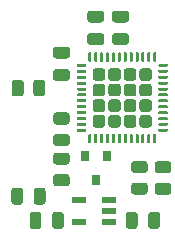
<source format=gbr>
%TF.GenerationSoftware,KiCad,Pcbnew,(5.1.10-1-10_14)*%
%TF.CreationDate,2021-11-01T10:51:15+01:00*%
%TF.ProjectId,esp32-wled-pcb,65737033-322d-4776-9c65-642d7063622e,rev?*%
%TF.SameCoordinates,Original*%
%TF.FileFunction,Paste,Top*%
%TF.FilePolarity,Positive*%
%FSLAX46Y46*%
G04 Gerber Fmt 4.6, Leading zero omitted, Abs format (unit mm)*
G04 Created by KiCad (PCBNEW (5.1.10-1-10_14)) date 2021-11-01 10:51:15*
%MOMM*%
%LPD*%
G01*
G04 APERTURE LIST*
%ADD10R,1.200000X0.600000*%
%ADD11R,0.800000X0.900000*%
G04 APERTURE END LIST*
%TO.C,R1*%
G36*
G01*
X106400000Y-58249998D02*
X106400000Y-59150002D01*
G75*
G02*
X106150002Y-59400000I-249998J0D01*
G01*
X105624998Y-59400000D01*
G75*
G02*
X105375000Y-59150002I0J249998D01*
G01*
X105375000Y-58249998D01*
G75*
G02*
X105624998Y-58000000I249998J0D01*
G01*
X106150002Y-58000000D01*
G75*
G02*
X106400000Y-58249998I0J-249998D01*
G01*
G37*
G36*
G01*
X108225000Y-58249998D02*
X108225000Y-59150002D01*
G75*
G02*
X107975002Y-59400000I-249998J0D01*
G01*
X107449998Y-59400000D01*
G75*
G02*
X107200000Y-59150002I0J249998D01*
G01*
X107200000Y-58249998D01*
G75*
G02*
X107449998Y-58000000I249998J0D01*
G01*
X107975002Y-58000000D01*
G75*
G02*
X108225000Y-58249998I0J-249998D01*
G01*
G37*
%TD*%
%TO.C,R5*%
G36*
G01*
X109149998Y-62587500D02*
X110050002Y-62587500D01*
G75*
G02*
X110300000Y-62837498I0J-249998D01*
G01*
X110300000Y-63362502D01*
G75*
G02*
X110050002Y-63612500I-249998J0D01*
G01*
X109149998Y-63612500D01*
G75*
G02*
X108900000Y-63362502I0J249998D01*
G01*
X108900000Y-62837498D01*
G75*
G02*
X109149998Y-62587500I249998J0D01*
G01*
G37*
G36*
G01*
X109149998Y-60762500D02*
X110050002Y-60762500D01*
G75*
G02*
X110300000Y-61012498I0J-249998D01*
G01*
X110300000Y-61537502D01*
G75*
G02*
X110050002Y-61787500I-249998J0D01*
G01*
X109149998Y-61787500D01*
G75*
G02*
X108900000Y-61537502I0J249998D01*
G01*
X108900000Y-61012498D01*
G75*
G02*
X109149998Y-60762500I249998J0D01*
G01*
G37*
%TD*%
%TO.C,R4*%
G36*
G01*
X118650001Y-65900000D02*
X117749999Y-65900000D01*
G75*
G02*
X117500000Y-65650001I0J249999D01*
G01*
X117500000Y-65124999D01*
G75*
G02*
X117749999Y-64875000I249999J0D01*
G01*
X118650001Y-64875000D01*
G75*
G02*
X118900000Y-65124999I0J-249999D01*
G01*
X118900000Y-65650001D01*
G75*
G02*
X118650001Y-65900000I-249999J0D01*
G01*
G37*
G36*
G01*
X118650001Y-67725000D02*
X117749999Y-67725000D01*
G75*
G02*
X117500000Y-67475001I0J249999D01*
G01*
X117500000Y-66949999D01*
G75*
G02*
X117749999Y-66700000I249999J0D01*
G01*
X118650001Y-66700000D01*
G75*
G02*
X118900000Y-66949999I0J-249999D01*
G01*
X118900000Y-67475001D01*
G75*
G02*
X118650001Y-67725000I-249999J0D01*
G01*
G37*
%TD*%
%TO.C,U2*%
G36*
G01*
X112485000Y-60975000D02*
X113055000Y-60975000D01*
G75*
G02*
X113305000Y-61225000I0J-250000D01*
G01*
X113305000Y-61795000D01*
G75*
G02*
X113055000Y-62045000I-250000J0D01*
G01*
X112485000Y-62045000D01*
G75*
G02*
X112235000Y-61795000I0J250000D01*
G01*
X112235000Y-61225000D01*
G75*
G02*
X112485000Y-60975000I250000J0D01*
G01*
G37*
G36*
G01*
X113805000Y-60975000D02*
X114375000Y-60975000D01*
G75*
G02*
X114625000Y-61225000I0J-250000D01*
G01*
X114625000Y-61795000D01*
G75*
G02*
X114375000Y-62045000I-250000J0D01*
G01*
X113805000Y-62045000D01*
G75*
G02*
X113555000Y-61795000I0J250000D01*
G01*
X113555000Y-61225000D01*
G75*
G02*
X113805000Y-60975000I250000J0D01*
G01*
G37*
G36*
G01*
X115125000Y-60975000D02*
X115695000Y-60975000D01*
G75*
G02*
X115945000Y-61225000I0J-250000D01*
G01*
X115945000Y-61795000D01*
G75*
G02*
X115695000Y-62045000I-250000J0D01*
G01*
X115125000Y-62045000D01*
G75*
G02*
X114875000Y-61795000I0J250000D01*
G01*
X114875000Y-61225000D01*
G75*
G02*
X115125000Y-60975000I250000J0D01*
G01*
G37*
G36*
G01*
X116445000Y-60975000D02*
X117015000Y-60975000D01*
G75*
G02*
X117265000Y-61225000I0J-250000D01*
G01*
X117265000Y-61795000D01*
G75*
G02*
X117015000Y-62045000I-250000J0D01*
G01*
X116445000Y-62045000D01*
G75*
G02*
X116195000Y-61795000I0J250000D01*
G01*
X116195000Y-61225000D01*
G75*
G02*
X116445000Y-60975000I250000J0D01*
G01*
G37*
G36*
G01*
X112485000Y-59655000D02*
X113055000Y-59655000D01*
G75*
G02*
X113305000Y-59905000I0J-250000D01*
G01*
X113305000Y-60475000D01*
G75*
G02*
X113055000Y-60725000I-250000J0D01*
G01*
X112485000Y-60725000D01*
G75*
G02*
X112235000Y-60475000I0J250000D01*
G01*
X112235000Y-59905000D01*
G75*
G02*
X112485000Y-59655000I250000J0D01*
G01*
G37*
G36*
G01*
X113805000Y-59655000D02*
X114375000Y-59655000D01*
G75*
G02*
X114625000Y-59905000I0J-250000D01*
G01*
X114625000Y-60475000D01*
G75*
G02*
X114375000Y-60725000I-250000J0D01*
G01*
X113805000Y-60725000D01*
G75*
G02*
X113555000Y-60475000I0J250000D01*
G01*
X113555000Y-59905000D01*
G75*
G02*
X113805000Y-59655000I250000J0D01*
G01*
G37*
G36*
G01*
X115125000Y-59655000D02*
X115695000Y-59655000D01*
G75*
G02*
X115945000Y-59905000I0J-250000D01*
G01*
X115945000Y-60475000D01*
G75*
G02*
X115695000Y-60725000I-250000J0D01*
G01*
X115125000Y-60725000D01*
G75*
G02*
X114875000Y-60475000I0J250000D01*
G01*
X114875000Y-59905000D01*
G75*
G02*
X115125000Y-59655000I250000J0D01*
G01*
G37*
G36*
G01*
X116445000Y-59655000D02*
X117015000Y-59655000D01*
G75*
G02*
X117265000Y-59905000I0J-250000D01*
G01*
X117265000Y-60475000D01*
G75*
G02*
X117015000Y-60725000I-250000J0D01*
G01*
X116445000Y-60725000D01*
G75*
G02*
X116195000Y-60475000I0J250000D01*
G01*
X116195000Y-59905000D01*
G75*
G02*
X116445000Y-59655000I250000J0D01*
G01*
G37*
G36*
G01*
X112485000Y-58335000D02*
X113055000Y-58335000D01*
G75*
G02*
X113305000Y-58585000I0J-250000D01*
G01*
X113305000Y-59155000D01*
G75*
G02*
X113055000Y-59405000I-250000J0D01*
G01*
X112485000Y-59405000D01*
G75*
G02*
X112235000Y-59155000I0J250000D01*
G01*
X112235000Y-58585000D01*
G75*
G02*
X112485000Y-58335000I250000J0D01*
G01*
G37*
G36*
G01*
X113805000Y-58335000D02*
X114375000Y-58335000D01*
G75*
G02*
X114625000Y-58585000I0J-250000D01*
G01*
X114625000Y-59155000D01*
G75*
G02*
X114375000Y-59405000I-250000J0D01*
G01*
X113805000Y-59405000D01*
G75*
G02*
X113555000Y-59155000I0J250000D01*
G01*
X113555000Y-58585000D01*
G75*
G02*
X113805000Y-58335000I250000J0D01*
G01*
G37*
G36*
G01*
X115125000Y-58335000D02*
X115695000Y-58335000D01*
G75*
G02*
X115945000Y-58585000I0J-250000D01*
G01*
X115945000Y-59155000D01*
G75*
G02*
X115695000Y-59405000I-250000J0D01*
G01*
X115125000Y-59405000D01*
G75*
G02*
X114875000Y-59155000I0J250000D01*
G01*
X114875000Y-58585000D01*
G75*
G02*
X115125000Y-58335000I250000J0D01*
G01*
G37*
G36*
G01*
X116445000Y-58335000D02*
X117015000Y-58335000D01*
G75*
G02*
X117265000Y-58585000I0J-250000D01*
G01*
X117265000Y-59155000D01*
G75*
G02*
X117015000Y-59405000I-250000J0D01*
G01*
X116445000Y-59405000D01*
G75*
G02*
X116195000Y-59155000I0J250000D01*
G01*
X116195000Y-58585000D01*
G75*
G02*
X116445000Y-58335000I250000J0D01*
G01*
G37*
G36*
G01*
X112485000Y-57015000D02*
X113055000Y-57015000D01*
G75*
G02*
X113305000Y-57265000I0J-250000D01*
G01*
X113305000Y-57835000D01*
G75*
G02*
X113055000Y-58085000I-250000J0D01*
G01*
X112485000Y-58085000D01*
G75*
G02*
X112235000Y-57835000I0J250000D01*
G01*
X112235000Y-57265000D01*
G75*
G02*
X112485000Y-57015000I250000J0D01*
G01*
G37*
G36*
G01*
X113805000Y-57015000D02*
X114375000Y-57015000D01*
G75*
G02*
X114625000Y-57265000I0J-250000D01*
G01*
X114625000Y-57835000D01*
G75*
G02*
X114375000Y-58085000I-250000J0D01*
G01*
X113805000Y-58085000D01*
G75*
G02*
X113555000Y-57835000I0J250000D01*
G01*
X113555000Y-57265000D01*
G75*
G02*
X113805000Y-57015000I250000J0D01*
G01*
G37*
G36*
G01*
X115125000Y-57015000D02*
X115695000Y-57015000D01*
G75*
G02*
X115945000Y-57265000I0J-250000D01*
G01*
X115945000Y-57835000D01*
G75*
G02*
X115695000Y-58085000I-250000J0D01*
G01*
X115125000Y-58085000D01*
G75*
G02*
X114875000Y-57835000I0J250000D01*
G01*
X114875000Y-57265000D01*
G75*
G02*
X115125000Y-57015000I250000J0D01*
G01*
G37*
G36*
G01*
X116445000Y-57015000D02*
X117015000Y-57015000D01*
G75*
G02*
X117265000Y-57265000I0J-250000D01*
G01*
X117265000Y-57835000D01*
G75*
G02*
X117015000Y-58085000I-250000J0D01*
G01*
X116445000Y-58085000D01*
G75*
G02*
X116195000Y-57835000I0J250000D01*
G01*
X116195000Y-57265000D01*
G75*
G02*
X116445000Y-57015000I250000J0D01*
G01*
G37*
G36*
G01*
X117862500Y-56655000D02*
X118537500Y-56655000D01*
G75*
G02*
X118600000Y-56717500I0J-62500D01*
G01*
X118600000Y-56842500D01*
G75*
G02*
X118537500Y-56905000I-62500J0D01*
G01*
X117862500Y-56905000D01*
G75*
G02*
X117800000Y-56842500I0J62500D01*
G01*
X117800000Y-56717500D01*
G75*
G02*
X117862500Y-56655000I62500J0D01*
G01*
G37*
G36*
G01*
X117862500Y-57155000D02*
X118537500Y-57155000D01*
G75*
G02*
X118600000Y-57217500I0J-62500D01*
G01*
X118600000Y-57342500D01*
G75*
G02*
X118537500Y-57405000I-62500J0D01*
G01*
X117862500Y-57405000D01*
G75*
G02*
X117800000Y-57342500I0J62500D01*
G01*
X117800000Y-57217500D01*
G75*
G02*
X117862500Y-57155000I62500J0D01*
G01*
G37*
G36*
G01*
X117862500Y-57655000D02*
X118537500Y-57655000D01*
G75*
G02*
X118600000Y-57717500I0J-62500D01*
G01*
X118600000Y-57842500D01*
G75*
G02*
X118537500Y-57905000I-62500J0D01*
G01*
X117862500Y-57905000D01*
G75*
G02*
X117800000Y-57842500I0J62500D01*
G01*
X117800000Y-57717500D01*
G75*
G02*
X117862500Y-57655000I62500J0D01*
G01*
G37*
G36*
G01*
X117862500Y-58155000D02*
X118537500Y-58155000D01*
G75*
G02*
X118600000Y-58217500I0J-62500D01*
G01*
X118600000Y-58342500D01*
G75*
G02*
X118537500Y-58405000I-62500J0D01*
G01*
X117862500Y-58405000D01*
G75*
G02*
X117800000Y-58342500I0J62500D01*
G01*
X117800000Y-58217500D01*
G75*
G02*
X117862500Y-58155000I62500J0D01*
G01*
G37*
G36*
G01*
X117862500Y-58655000D02*
X118537500Y-58655000D01*
G75*
G02*
X118600000Y-58717500I0J-62500D01*
G01*
X118600000Y-58842500D01*
G75*
G02*
X118537500Y-58905000I-62500J0D01*
G01*
X117862500Y-58905000D01*
G75*
G02*
X117800000Y-58842500I0J62500D01*
G01*
X117800000Y-58717500D01*
G75*
G02*
X117862500Y-58655000I62500J0D01*
G01*
G37*
G36*
G01*
X117862500Y-59155000D02*
X118537500Y-59155000D01*
G75*
G02*
X118600000Y-59217500I0J-62500D01*
G01*
X118600000Y-59342500D01*
G75*
G02*
X118537500Y-59405000I-62500J0D01*
G01*
X117862500Y-59405000D01*
G75*
G02*
X117800000Y-59342500I0J62500D01*
G01*
X117800000Y-59217500D01*
G75*
G02*
X117862500Y-59155000I62500J0D01*
G01*
G37*
G36*
G01*
X117862500Y-59655000D02*
X118537500Y-59655000D01*
G75*
G02*
X118600000Y-59717500I0J-62500D01*
G01*
X118600000Y-59842500D01*
G75*
G02*
X118537500Y-59905000I-62500J0D01*
G01*
X117862500Y-59905000D01*
G75*
G02*
X117800000Y-59842500I0J62500D01*
G01*
X117800000Y-59717500D01*
G75*
G02*
X117862500Y-59655000I62500J0D01*
G01*
G37*
G36*
G01*
X117862500Y-60155000D02*
X118537500Y-60155000D01*
G75*
G02*
X118600000Y-60217500I0J-62500D01*
G01*
X118600000Y-60342500D01*
G75*
G02*
X118537500Y-60405000I-62500J0D01*
G01*
X117862500Y-60405000D01*
G75*
G02*
X117800000Y-60342500I0J62500D01*
G01*
X117800000Y-60217500D01*
G75*
G02*
X117862500Y-60155000I62500J0D01*
G01*
G37*
G36*
G01*
X117862500Y-60655000D02*
X118537500Y-60655000D01*
G75*
G02*
X118600000Y-60717500I0J-62500D01*
G01*
X118600000Y-60842500D01*
G75*
G02*
X118537500Y-60905000I-62500J0D01*
G01*
X117862500Y-60905000D01*
G75*
G02*
X117800000Y-60842500I0J62500D01*
G01*
X117800000Y-60717500D01*
G75*
G02*
X117862500Y-60655000I62500J0D01*
G01*
G37*
G36*
G01*
X117862500Y-61155000D02*
X118537500Y-61155000D01*
G75*
G02*
X118600000Y-61217500I0J-62500D01*
G01*
X118600000Y-61342500D01*
G75*
G02*
X118537500Y-61405000I-62500J0D01*
G01*
X117862500Y-61405000D01*
G75*
G02*
X117800000Y-61342500I0J62500D01*
G01*
X117800000Y-61217500D01*
G75*
G02*
X117862500Y-61155000I62500J0D01*
G01*
G37*
G36*
G01*
X117862500Y-61655000D02*
X118537500Y-61655000D01*
G75*
G02*
X118600000Y-61717500I0J-62500D01*
G01*
X118600000Y-61842500D01*
G75*
G02*
X118537500Y-61905000I-62500J0D01*
G01*
X117862500Y-61905000D01*
G75*
G02*
X117800000Y-61842500I0J62500D01*
G01*
X117800000Y-61717500D01*
G75*
G02*
X117862500Y-61655000I62500J0D01*
G01*
G37*
G36*
G01*
X117862500Y-62155000D02*
X118537500Y-62155000D01*
G75*
G02*
X118600000Y-62217500I0J-62500D01*
G01*
X118600000Y-62342500D01*
G75*
G02*
X118537500Y-62405000I-62500J0D01*
G01*
X117862500Y-62405000D01*
G75*
G02*
X117800000Y-62342500I0J62500D01*
G01*
X117800000Y-62217500D01*
G75*
G02*
X117862500Y-62155000I62500J0D01*
G01*
G37*
G36*
G01*
X117437500Y-62580000D02*
X117562500Y-62580000D01*
G75*
G02*
X117625000Y-62642500I0J-62500D01*
G01*
X117625000Y-63317500D01*
G75*
G02*
X117562500Y-63380000I-62500J0D01*
G01*
X117437500Y-63380000D01*
G75*
G02*
X117375000Y-63317500I0J62500D01*
G01*
X117375000Y-62642500D01*
G75*
G02*
X117437500Y-62580000I62500J0D01*
G01*
G37*
G36*
G01*
X116937500Y-62580000D02*
X117062500Y-62580000D01*
G75*
G02*
X117125000Y-62642500I0J-62500D01*
G01*
X117125000Y-63317500D01*
G75*
G02*
X117062500Y-63380000I-62500J0D01*
G01*
X116937500Y-63380000D01*
G75*
G02*
X116875000Y-63317500I0J62500D01*
G01*
X116875000Y-62642500D01*
G75*
G02*
X116937500Y-62580000I62500J0D01*
G01*
G37*
G36*
G01*
X116437500Y-62580000D02*
X116562500Y-62580000D01*
G75*
G02*
X116625000Y-62642500I0J-62500D01*
G01*
X116625000Y-63317500D01*
G75*
G02*
X116562500Y-63380000I-62500J0D01*
G01*
X116437500Y-63380000D01*
G75*
G02*
X116375000Y-63317500I0J62500D01*
G01*
X116375000Y-62642500D01*
G75*
G02*
X116437500Y-62580000I62500J0D01*
G01*
G37*
G36*
G01*
X115937500Y-62580000D02*
X116062500Y-62580000D01*
G75*
G02*
X116125000Y-62642500I0J-62500D01*
G01*
X116125000Y-63317500D01*
G75*
G02*
X116062500Y-63380000I-62500J0D01*
G01*
X115937500Y-63380000D01*
G75*
G02*
X115875000Y-63317500I0J62500D01*
G01*
X115875000Y-62642500D01*
G75*
G02*
X115937500Y-62580000I62500J0D01*
G01*
G37*
G36*
G01*
X115437500Y-62580000D02*
X115562500Y-62580000D01*
G75*
G02*
X115625000Y-62642500I0J-62500D01*
G01*
X115625000Y-63317500D01*
G75*
G02*
X115562500Y-63380000I-62500J0D01*
G01*
X115437500Y-63380000D01*
G75*
G02*
X115375000Y-63317500I0J62500D01*
G01*
X115375000Y-62642500D01*
G75*
G02*
X115437500Y-62580000I62500J0D01*
G01*
G37*
G36*
G01*
X114937500Y-62580000D02*
X115062500Y-62580000D01*
G75*
G02*
X115125000Y-62642500I0J-62500D01*
G01*
X115125000Y-63317500D01*
G75*
G02*
X115062500Y-63380000I-62500J0D01*
G01*
X114937500Y-63380000D01*
G75*
G02*
X114875000Y-63317500I0J62500D01*
G01*
X114875000Y-62642500D01*
G75*
G02*
X114937500Y-62580000I62500J0D01*
G01*
G37*
G36*
G01*
X114437500Y-62580000D02*
X114562500Y-62580000D01*
G75*
G02*
X114625000Y-62642500I0J-62500D01*
G01*
X114625000Y-63317500D01*
G75*
G02*
X114562500Y-63380000I-62500J0D01*
G01*
X114437500Y-63380000D01*
G75*
G02*
X114375000Y-63317500I0J62500D01*
G01*
X114375000Y-62642500D01*
G75*
G02*
X114437500Y-62580000I62500J0D01*
G01*
G37*
G36*
G01*
X113937500Y-62580000D02*
X114062500Y-62580000D01*
G75*
G02*
X114125000Y-62642500I0J-62500D01*
G01*
X114125000Y-63317500D01*
G75*
G02*
X114062500Y-63380000I-62500J0D01*
G01*
X113937500Y-63380000D01*
G75*
G02*
X113875000Y-63317500I0J62500D01*
G01*
X113875000Y-62642500D01*
G75*
G02*
X113937500Y-62580000I62500J0D01*
G01*
G37*
G36*
G01*
X113437500Y-62580000D02*
X113562500Y-62580000D01*
G75*
G02*
X113625000Y-62642500I0J-62500D01*
G01*
X113625000Y-63317500D01*
G75*
G02*
X113562500Y-63380000I-62500J0D01*
G01*
X113437500Y-63380000D01*
G75*
G02*
X113375000Y-63317500I0J62500D01*
G01*
X113375000Y-62642500D01*
G75*
G02*
X113437500Y-62580000I62500J0D01*
G01*
G37*
G36*
G01*
X112937500Y-62580000D02*
X113062500Y-62580000D01*
G75*
G02*
X113125000Y-62642500I0J-62500D01*
G01*
X113125000Y-63317500D01*
G75*
G02*
X113062500Y-63380000I-62500J0D01*
G01*
X112937500Y-63380000D01*
G75*
G02*
X112875000Y-63317500I0J62500D01*
G01*
X112875000Y-62642500D01*
G75*
G02*
X112937500Y-62580000I62500J0D01*
G01*
G37*
G36*
G01*
X112437500Y-62580000D02*
X112562500Y-62580000D01*
G75*
G02*
X112625000Y-62642500I0J-62500D01*
G01*
X112625000Y-63317500D01*
G75*
G02*
X112562500Y-63380000I-62500J0D01*
G01*
X112437500Y-63380000D01*
G75*
G02*
X112375000Y-63317500I0J62500D01*
G01*
X112375000Y-62642500D01*
G75*
G02*
X112437500Y-62580000I62500J0D01*
G01*
G37*
G36*
G01*
X111937500Y-62580000D02*
X112062500Y-62580000D01*
G75*
G02*
X112125000Y-62642500I0J-62500D01*
G01*
X112125000Y-63317500D01*
G75*
G02*
X112062500Y-63380000I-62500J0D01*
G01*
X111937500Y-63380000D01*
G75*
G02*
X111875000Y-63317500I0J62500D01*
G01*
X111875000Y-62642500D01*
G75*
G02*
X111937500Y-62580000I62500J0D01*
G01*
G37*
G36*
G01*
X110962500Y-62155000D02*
X111637500Y-62155000D01*
G75*
G02*
X111700000Y-62217500I0J-62500D01*
G01*
X111700000Y-62342500D01*
G75*
G02*
X111637500Y-62405000I-62500J0D01*
G01*
X110962500Y-62405000D01*
G75*
G02*
X110900000Y-62342500I0J62500D01*
G01*
X110900000Y-62217500D01*
G75*
G02*
X110962500Y-62155000I62500J0D01*
G01*
G37*
G36*
G01*
X110962500Y-61655000D02*
X111637500Y-61655000D01*
G75*
G02*
X111700000Y-61717500I0J-62500D01*
G01*
X111700000Y-61842500D01*
G75*
G02*
X111637500Y-61905000I-62500J0D01*
G01*
X110962500Y-61905000D01*
G75*
G02*
X110900000Y-61842500I0J62500D01*
G01*
X110900000Y-61717500D01*
G75*
G02*
X110962500Y-61655000I62500J0D01*
G01*
G37*
G36*
G01*
X110962500Y-61155000D02*
X111637500Y-61155000D01*
G75*
G02*
X111700000Y-61217500I0J-62500D01*
G01*
X111700000Y-61342500D01*
G75*
G02*
X111637500Y-61405000I-62500J0D01*
G01*
X110962500Y-61405000D01*
G75*
G02*
X110900000Y-61342500I0J62500D01*
G01*
X110900000Y-61217500D01*
G75*
G02*
X110962500Y-61155000I62500J0D01*
G01*
G37*
G36*
G01*
X110962500Y-60655000D02*
X111637500Y-60655000D01*
G75*
G02*
X111700000Y-60717500I0J-62500D01*
G01*
X111700000Y-60842500D01*
G75*
G02*
X111637500Y-60905000I-62500J0D01*
G01*
X110962500Y-60905000D01*
G75*
G02*
X110900000Y-60842500I0J62500D01*
G01*
X110900000Y-60717500D01*
G75*
G02*
X110962500Y-60655000I62500J0D01*
G01*
G37*
G36*
G01*
X110962500Y-60155000D02*
X111637500Y-60155000D01*
G75*
G02*
X111700000Y-60217500I0J-62500D01*
G01*
X111700000Y-60342500D01*
G75*
G02*
X111637500Y-60405000I-62500J0D01*
G01*
X110962500Y-60405000D01*
G75*
G02*
X110900000Y-60342500I0J62500D01*
G01*
X110900000Y-60217500D01*
G75*
G02*
X110962500Y-60155000I62500J0D01*
G01*
G37*
G36*
G01*
X110962500Y-59655000D02*
X111637500Y-59655000D01*
G75*
G02*
X111700000Y-59717500I0J-62500D01*
G01*
X111700000Y-59842500D01*
G75*
G02*
X111637500Y-59905000I-62500J0D01*
G01*
X110962500Y-59905000D01*
G75*
G02*
X110900000Y-59842500I0J62500D01*
G01*
X110900000Y-59717500D01*
G75*
G02*
X110962500Y-59655000I62500J0D01*
G01*
G37*
G36*
G01*
X110962500Y-59155000D02*
X111637500Y-59155000D01*
G75*
G02*
X111700000Y-59217500I0J-62500D01*
G01*
X111700000Y-59342500D01*
G75*
G02*
X111637500Y-59405000I-62500J0D01*
G01*
X110962500Y-59405000D01*
G75*
G02*
X110900000Y-59342500I0J62500D01*
G01*
X110900000Y-59217500D01*
G75*
G02*
X110962500Y-59155000I62500J0D01*
G01*
G37*
G36*
G01*
X110962500Y-58655000D02*
X111637500Y-58655000D01*
G75*
G02*
X111700000Y-58717500I0J-62500D01*
G01*
X111700000Y-58842500D01*
G75*
G02*
X111637500Y-58905000I-62500J0D01*
G01*
X110962500Y-58905000D01*
G75*
G02*
X110900000Y-58842500I0J62500D01*
G01*
X110900000Y-58717500D01*
G75*
G02*
X110962500Y-58655000I62500J0D01*
G01*
G37*
G36*
G01*
X110962500Y-58155000D02*
X111637500Y-58155000D01*
G75*
G02*
X111700000Y-58217500I0J-62500D01*
G01*
X111700000Y-58342500D01*
G75*
G02*
X111637500Y-58405000I-62500J0D01*
G01*
X110962500Y-58405000D01*
G75*
G02*
X110900000Y-58342500I0J62500D01*
G01*
X110900000Y-58217500D01*
G75*
G02*
X110962500Y-58155000I62500J0D01*
G01*
G37*
G36*
G01*
X110962500Y-57655000D02*
X111637500Y-57655000D01*
G75*
G02*
X111700000Y-57717500I0J-62500D01*
G01*
X111700000Y-57842500D01*
G75*
G02*
X111637500Y-57905000I-62500J0D01*
G01*
X110962500Y-57905000D01*
G75*
G02*
X110900000Y-57842500I0J62500D01*
G01*
X110900000Y-57717500D01*
G75*
G02*
X110962500Y-57655000I62500J0D01*
G01*
G37*
G36*
G01*
X110962500Y-57155000D02*
X111637500Y-57155000D01*
G75*
G02*
X111700000Y-57217500I0J-62500D01*
G01*
X111700000Y-57342500D01*
G75*
G02*
X111637500Y-57405000I-62500J0D01*
G01*
X110962500Y-57405000D01*
G75*
G02*
X110900000Y-57342500I0J62500D01*
G01*
X110900000Y-57217500D01*
G75*
G02*
X110962500Y-57155000I62500J0D01*
G01*
G37*
G36*
G01*
X110962500Y-56655000D02*
X111637500Y-56655000D01*
G75*
G02*
X111700000Y-56717500I0J-62500D01*
G01*
X111700000Y-56842500D01*
G75*
G02*
X111637500Y-56905000I-62500J0D01*
G01*
X110962500Y-56905000D01*
G75*
G02*
X110900000Y-56842500I0J62500D01*
G01*
X110900000Y-56717500D01*
G75*
G02*
X110962500Y-56655000I62500J0D01*
G01*
G37*
G36*
G01*
X111937500Y-55680000D02*
X112062500Y-55680000D01*
G75*
G02*
X112125000Y-55742500I0J-62500D01*
G01*
X112125000Y-56417500D01*
G75*
G02*
X112062500Y-56480000I-62500J0D01*
G01*
X111937500Y-56480000D01*
G75*
G02*
X111875000Y-56417500I0J62500D01*
G01*
X111875000Y-55742500D01*
G75*
G02*
X111937500Y-55680000I62500J0D01*
G01*
G37*
G36*
G01*
X112437500Y-55680000D02*
X112562500Y-55680000D01*
G75*
G02*
X112625000Y-55742500I0J-62500D01*
G01*
X112625000Y-56417500D01*
G75*
G02*
X112562500Y-56480000I-62500J0D01*
G01*
X112437500Y-56480000D01*
G75*
G02*
X112375000Y-56417500I0J62500D01*
G01*
X112375000Y-55742500D01*
G75*
G02*
X112437500Y-55680000I62500J0D01*
G01*
G37*
G36*
G01*
X112937500Y-55680000D02*
X113062500Y-55680000D01*
G75*
G02*
X113125000Y-55742500I0J-62500D01*
G01*
X113125000Y-56417500D01*
G75*
G02*
X113062500Y-56480000I-62500J0D01*
G01*
X112937500Y-56480000D01*
G75*
G02*
X112875000Y-56417500I0J62500D01*
G01*
X112875000Y-55742500D01*
G75*
G02*
X112937500Y-55680000I62500J0D01*
G01*
G37*
G36*
G01*
X113437500Y-55680000D02*
X113562500Y-55680000D01*
G75*
G02*
X113625000Y-55742500I0J-62500D01*
G01*
X113625000Y-56417500D01*
G75*
G02*
X113562500Y-56480000I-62500J0D01*
G01*
X113437500Y-56480000D01*
G75*
G02*
X113375000Y-56417500I0J62500D01*
G01*
X113375000Y-55742500D01*
G75*
G02*
X113437500Y-55680000I62500J0D01*
G01*
G37*
G36*
G01*
X113937500Y-55680000D02*
X114062500Y-55680000D01*
G75*
G02*
X114125000Y-55742500I0J-62500D01*
G01*
X114125000Y-56417500D01*
G75*
G02*
X114062500Y-56480000I-62500J0D01*
G01*
X113937500Y-56480000D01*
G75*
G02*
X113875000Y-56417500I0J62500D01*
G01*
X113875000Y-55742500D01*
G75*
G02*
X113937500Y-55680000I62500J0D01*
G01*
G37*
G36*
G01*
X114437500Y-55680000D02*
X114562500Y-55680000D01*
G75*
G02*
X114625000Y-55742500I0J-62500D01*
G01*
X114625000Y-56417500D01*
G75*
G02*
X114562500Y-56480000I-62500J0D01*
G01*
X114437500Y-56480000D01*
G75*
G02*
X114375000Y-56417500I0J62500D01*
G01*
X114375000Y-55742500D01*
G75*
G02*
X114437500Y-55680000I62500J0D01*
G01*
G37*
G36*
G01*
X114937500Y-55680000D02*
X115062500Y-55680000D01*
G75*
G02*
X115125000Y-55742500I0J-62500D01*
G01*
X115125000Y-56417500D01*
G75*
G02*
X115062500Y-56480000I-62500J0D01*
G01*
X114937500Y-56480000D01*
G75*
G02*
X114875000Y-56417500I0J62500D01*
G01*
X114875000Y-55742500D01*
G75*
G02*
X114937500Y-55680000I62500J0D01*
G01*
G37*
G36*
G01*
X115437500Y-55680000D02*
X115562500Y-55680000D01*
G75*
G02*
X115625000Y-55742500I0J-62500D01*
G01*
X115625000Y-56417500D01*
G75*
G02*
X115562500Y-56480000I-62500J0D01*
G01*
X115437500Y-56480000D01*
G75*
G02*
X115375000Y-56417500I0J62500D01*
G01*
X115375000Y-55742500D01*
G75*
G02*
X115437500Y-55680000I62500J0D01*
G01*
G37*
G36*
G01*
X115937500Y-55680000D02*
X116062500Y-55680000D01*
G75*
G02*
X116125000Y-55742500I0J-62500D01*
G01*
X116125000Y-56417500D01*
G75*
G02*
X116062500Y-56480000I-62500J0D01*
G01*
X115937500Y-56480000D01*
G75*
G02*
X115875000Y-56417500I0J62500D01*
G01*
X115875000Y-55742500D01*
G75*
G02*
X115937500Y-55680000I62500J0D01*
G01*
G37*
G36*
G01*
X116437500Y-55680000D02*
X116562500Y-55680000D01*
G75*
G02*
X116625000Y-55742500I0J-62500D01*
G01*
X116625000Y-56417500D01*
G75*
G02*
X116562500Y-56480000I-62500J0D01*
G01*
X116437500Y-56480000D01*
G75*
G02*
X116375000Y-56417500I0J62500D01*
G01*
X116375000Y-55742500D01*
G75*
G02*
X116437500Y-55680000I62500J0D01*
G01*
G37*
G36*
G01*
X116937500Y-55680000D02*
X117062500Y-55680000D01*
G75*
G02*
X117125000Y-55742500I0J-62500D01*
G01*
X117125000Y-56417500D01*
G75*
G02*
X117062500Y-56480000I-62500J0D01*
G01*
X116937500Y-56480000D01*
G75*
G02*
X116875000Y-56417500I0J62500D01*
G01*
X116875000Y-55742500D01*
G75*
G02*
X116937500Y-55680000I62500J0D01*
G01*
G37*
G36*
G01*
X117437500Y-55680000D02*
X117562500Y-55680000D01*
G75*
G02*
X117625000Y-55742500I0J-62500D01*
G01*
X117625000Y-56417500D01*
G75*
G02*
X117562500Y-56480000I-62500J0D01*
G01*
X117437500Y-56480000D01*
G75*
G02*
X117375000Y-56417500I0J62500D01*
G01*
X117375000Y-55742500D01*
G75*
G02*
X117437500Y-55680000I62500J0D01*
G01*
G37*
%TD*%
%TO.C,R3*%
G36*
G01*
X116650002Y-65900000D02*
X115749998Y-65900000D01*
G75*
G02*
X115500000Y-65650002I0J249998D01*
G01*
X115500000Y-65124998D01*
G75*
G02*
X115749998Y-64875000I249998J0D01*
G01*
X116650002Y-64875000D01*
G75*
G02*
X116900000Y-65124998I0J-249998D01*
G01*
X116900000Y-65650002D01*
G75*
G02*
X116650002Y-65900000I-249998J0D01*
G01*
G37*
G36*
G01*
X116650002Y-67725000D02*
X115749998Y-67725000D01*
G75*
G02*
X115500000Y-67475002I0J249998D01*
G01*
X115500000Y-66949998D01*
G75*
G02*
X115749998Y-66700000I249998J0D01*
G01*
X116650002Y-66700000D01*
G75*
G02*
X116900000Y-66949998I0J-249998D01*
G01*
X116900000Y-67475002D01*
G75*
G02*
X116650002Y-67725000I-249998J0D01*
G01*
G37*
%TD*%
%TO.C,C3*%
G36*
G01*
X115075000Y-53150000D02*
X114125000Y-53150000D01*
G75*
G02*
X113875000Y-52900000I0J250000D01*
G01*
X113875000Y-52400000D01*
G75*
G02*
X114125000Y-52150000I250000J0D01*
G01*
X115075000Y-52150000D01*
G75*
G02*
X115325000Y-52400000I0J-250000D01*
G01*
X115325000Y-52900000D01*
G75*
G02*
X115075000Y-53150000I-250000J0D01*
G01*
G37*
G36*
G01*
X115075000Y-55050000D02*
X114125000Y-55050000D01*
G75*
G02*
X113875000Y-54800000I0J250000D01*
G01*
X113875000Y-54300000D01*
G75*
G02*
X114125000Y-54050000I250000J0D01*
G01*
X115075000Y-54050000D01*
G75*
G02*
X115325000Y-54300000I0J-250000D01*
G01*
X115325000Y-54800000D01*
G75*
G02*
X115075000Y-55050000I-250000J0D01*
G01*
G37*
%TD*%
D10*
%TO.C,U1*%
X111050000Y-70050000D03*
X111050000Y-68150000D03*
X113650000Y-68150000D03*
X113650000Y-69100000D03*
X113650000Y-70050000D03*
%TD*%
%TO.C,C5*%
G36*
G01*
X106350000Y-67375000D02*
X106350000Y-68325000D01*
G75*
G02*
X106100000Y-68575000I-250000J0D01*
G01*
X105600000Y-68575000D01*
G75*
G02*
X105350000Y-68325000I0J250000D01*
G01*
X105350000Y-67375000D01*
G75*
G02*
X105600000Y-67125000I250000J0D01*
G01*
X106100000Y-67125000D01*
G75*
G02*
X106350000Y-67375000I0J-250000D01*
G01*
G37*
G36*
G01*
X108250000Y-67375000D02*
X108250000Y-68325000D01*
G75*
G02*
X108000000Y-68575000I-250000J0D01*
G01*
X107500000Y-68575000D01*
G75*
G02*
X107250000Y-68325000I0J250000D01*
G01*
X107250000Y-67375000D01*
G75*
G02*
X107500000Y-67125000I250000J0D01*
G01*
X108000000Y-67125000D01*
G75*
G02*
X108250000Y-67375000I0J-250000D01*
G01*
G37*
%TD*%
%TO.C,R2*%
G36*
G01*
X110050002Y-65187500D02*
X109149998Y-65187500D01*
G75*
G02*
X108900000Y-64937502I0J249998D01*
G01*
X108900000Y-64412498D01*
G75*
G02*
X109149998Y-64162500I249998J0D01*
G01*
X110050002Y-64162500D01*
G75*
G02*
X110300000Y-64412498I0J-249998D01*
G01*
X110300000Y-64937502D01*
G75*
G02*
X110050002Y-65187500I-249998J0D01*
G01*
G37*
G36*
G01*
X110050002Y-67012500D02*
X109149998Y-67012500D01*
G75*
G02*
X108900000Y-66762502I0J249998D01*
G01*
X108900000Y-66237498D01*
G75*
G02*
X109149998Y-65987500I249998J0D01*
G01*
X110050002Y-65987500D01*
G75*
G02*
X110300000Y-66237498I0J-249998D01*
G01*
X110300000Y-66762502D01*
G75*
G02*
X110050002Y-67012500I-249998J0D01*
G01*
G37*
%TD*%
D11*
%TO.C,Q1*%
X112500000Y-66450000D03*
X111550000Y-64450000D03*
X113450000Y-64450000D03*
%TD*%
%TO.C,C6*%
G36*
G01*
X107900000Y-69425000D02*
X107900000Y-70375000D01*
G75*
G02*
X107650000Y-70625000I-250000J0D01*
G01*
X107150000Y-70625000D01*
G75*
G02*
X106900000Y-70375000I0J250000D01*
G01*
X106900000Y-69425000D01*
G75*
G02*
X107150000Y-69175000I250000J0D01*
G01*
X107650000Y-69175000D01*
G75*
G02*
X107900000Y-69425000I0J-250000D01*
G01*
G37*
G36*
G01*
X109800000Y-69425000D02*
X109800000Y-70375000D01*
G75*
G02*
X109550000Y-70625000I-250000J0D01*
G01*
X109050000Y-70625000D01*
G75*
G02*
X108800000Y-70375000I0J250000D01*
G01*
X108800000Y-69425000D01*
G75*
G02*
X109050000Y-69175000I250000J0D01*
G01*
X109550000Y-69175000D01*
G75*
G02*
X109800000Y-69425000I0J-250000D01*
G01*
G37*
%TD*%
%TO.C,C1*%
G36*
G01*
X116950000Y-70375000D02*
X116950000Y-69425000D01*
G75*
G02*
X117200000Y-69175000I250000J0D01*
G01*
X117700000Y-69175000D01*
G75*
G02*
X117950000Y-69425000I0J-250000D01*
G01*
X117950000Y-70375000D01*
G75*
G02*
X117700000Y-70625000I-250000J0D01*
G01*
X117200000Y-70625000D01*
G75*
G02*
X116950000Y-70375000I0J250000D01*
G01*
G37*
G36*
G01*
X115050000Y-70375000D02*
X115050000Y-69425000D01*
G75*
G02*
X115300000Y-69175000I250000J0D01*
G01*
X115800000Y-69175000D01*
G75*
G02*
X116050000Y-69425000I0J-250000D01*
G01*
X116050000Y-70375000D01*
G75*
G02*
X115800000Y-70625000I-250000J0D01*
G01*
X115300000Y-70625000D01*
G75*
G02*
X115050000Y-70375000I0J250000D01*
G01*
G37*
%TD*%
%TO.C,C4*%
G36*
G01*
X112975000Y-53150000D02*
X112025000Y-53150000D01*
G75*
G02*
X111775000Y-52900000I0J250000D01*
G01*
X111775000Y-52400000D01*
G75*
G02*
X112025000Y-52150000I250000J0D01*
G01*
X112975000Y-52150000D01*
G75*
G02*
X113225000Y-52400000I0J-250000D01*
G01*
X113225000Y-52900000D01*
G75*
G02*
X112975000Y-53150000I-250000J0D01*
G01*
G37*
G36*
G01*
X112975000Y-55050000D02*
X112025000Y-55050000D01*
G75*
G02*
X111775000Y-54800000I0J250000D01*
G01*
X111775000Y-54300000D01*
G75*
G02*
X112025000Y-54050000I250000J0D01*
G01*
X112975000Y-54050000D01*
G75*
G02*
X113225000Y-54300000I0J-250000D01*
G01*
X113225000Y-54800000D01*
G75*
G02*
X112975000Y-55050000I-250000J0D01*
G01*
G37*
%TD*%
%TO.C,C2*%
G36*
G01*
X109125000Y-57100000D02*
X110075000Y-57100000D01*
G75*
G02*
X110325000Y-57350000I0J-250000D01*
G01*
X110325000Y-57850000D01*
G75*
G02*
X110075000Y-58100000I-250000J0D01*
G01*
X109125000Y-58100000D01*
G75*
G02*
X108875000Y-57850000I0J250000D01*
G01*
X108875000Y-57350000D01*
G75*
G02*
X109125000Y-57100000I250000J0D01*
G01*
G37*
G36*
G01*
X109125000Y-55200000D02*
X110075000Y-55200000D01*
G75*
G02*
X110325000Y-55450000I0J-250000D01*
G01*
X110325000Y-55950000D01*
G75*
G02*
X110075000Y-56200000I-250000J0D01*
G01*
X109125000Y-56200000D01*
G75*
G02*
X108875000Y-55950000I0J250000D01*
G01*
X108875000Y-55450000D01*
G75*
G02*
X109125000Y-55200000I250000J0D01*
G01*
G37*
%TD*%
M02*

</source>
